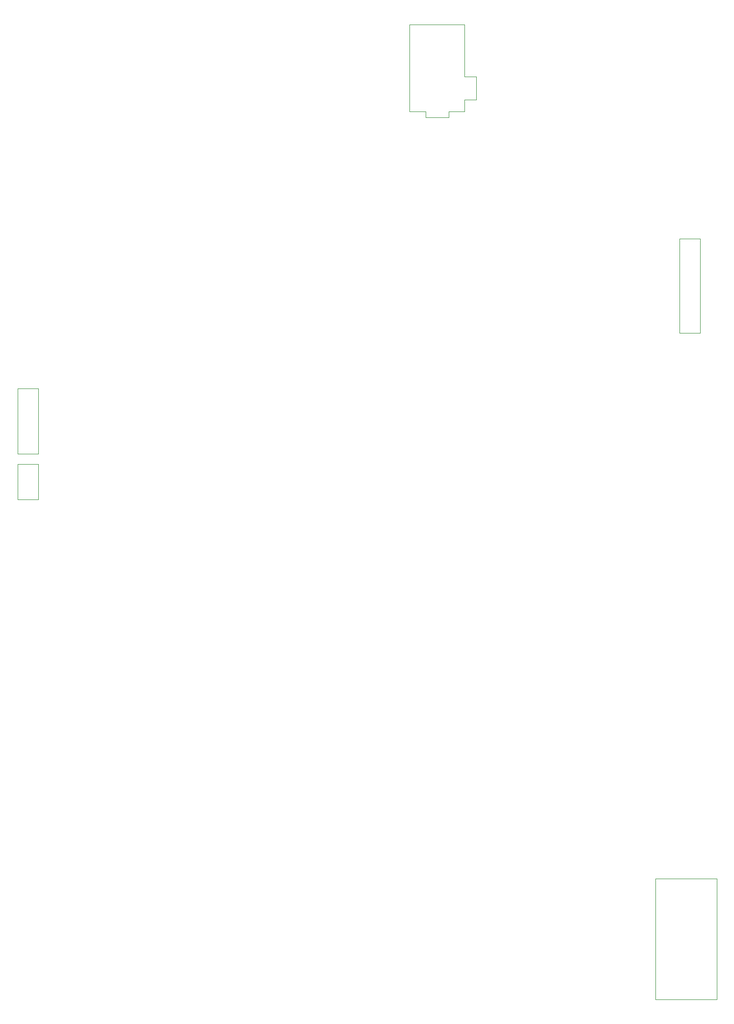
<source format=gbr>
%TF.GenerationSoftware,KiCad,Pcbnew,(5.1.7-0-10_14)*%
%TF.CreationDate,2021-09-21T18:25:26-03:00*%
%TF.ProjectId,Faduino-1,46616475-696e-46f2-9d31-2e6b69636164,1*%
%TF.SameCoordinates,Original*%
%TF.FileFunction,Other,User*%
%FSLAX46Y46*%
G04 Gerber Fmt 4.6, Leading zero omitted, Abs format (unit mm)*
G04 Created by KiCad (PCBNEW (5.1.7-0-10_14)) date 2021-09-21 18:25:26*
%MOMM*%
%LPD*%
G01*
G04 APERTURE LIST*
%ADD10C,0.050000*%
G04 APERTURE END LIST*
D10*
%TO.C,dc_motor_conn1*%
X68275000Y-110900000D02*
X64675000Y-110900000D01*
X68275000Y-104750000D02*
X68275000Y-110900000D01*
X64675000Y-104750000D02*
X68275000Y-104750000D01*
X64675000Y-110900000D02*
X64675000Y-104750000D01*
%TO.C,Extra_pins1*%
X178790000Y-65960000D02*
X178790000Y-82210000D01*
X182340000Y-65960000D02*
X178790000Y-65960000D01*
X182340000Y-82210000D02*
X182340000Y-65960000D01*
X178790000Y-82210000D02*
X182340000Y-82210000D01*
%TO.C,Fader_conn1*%
X64700000Y-91780000D02*
X64700000Y-102980000D01*
X68250000Y-91780000D02*
X64700000Y-91780000D01*
X68250000Y-102980000D02*
X68250000Y-91780000D01*
X64700000Y-102980000D02*
X68250000Y-102980000D01*
%TO.C,H-Bridge1*%
X185220000Y-197080000D02*
X174670000Y-197080000D01*
X185220000Y-176230000D02*
X185220000Y-197080000D01*
X174670000Y-176230000D02*
X185220000Y-176230000D01*
X174670000Y-197080000D02*
X174670000Y-176230000D01*
%TO.C,Power_jack1*%
X141750000Y-29000000D02*
X132250000Y-29000000D01*
X141750000Y-38000000D02*
X141750000Y-29000000D01*
X143750000Y-38000000D02*
X141750000Y-38000000D01*
X143750000Y-42000000D02*
X143750000Y-38000000D01*
X141750000Y-42000000D02*
X143750000Y-42000000D01*
X141750000Y-44000000D02*
X141750000Y-42000000D01*
X139000000Y-44000000D02*
X141750000Y-44000000D01*
X139000000Y-45000000D02*
X139000000Y-44000000D01*
X135000000Y-45000000D02*
X139000000Y-45000000D01*
X135000000Y-44000000D02*
X135000000Y-45000000D01*
X132500000Y-44000000D02*
X135000000Y-44000000D01*
X132250000Y-44000000D02*
X132250000Y-29000000D01*
X132500000Y-44000000D02*
X132250000Y-44000000D01*
%TD*%
M02*

</source>
